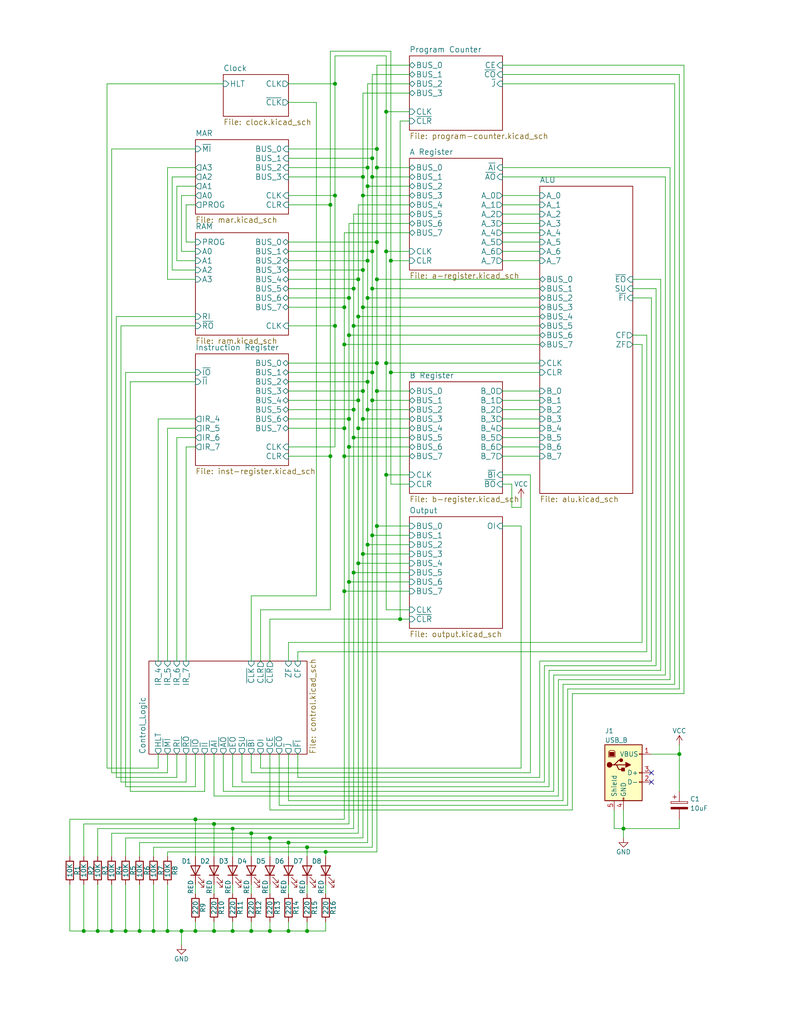
<source format=kicad_sch>
(kicad_sch (version 20231120) (generator "eeschema") (generator_version "8.0")
  (paper "USLetter" portrait)
  (lib_symbols
    (symbol "8bit-computer:USB_B" (pin_names (offset 1.016))
      (property "Reference" "J" (at -5.08 11.43 0))
      (property "Value" "USB_B" (at -5.08 8.89 0))
      (symbol "USB_B_0_1"
        (rectangle (start -5.08 -7.62) (end 5.08 7.62) (stroke (width 0.254)) (fill (type background)))
        (circle (center -3.81 2.159) (radius 0.635) (stroke (width 0.254)) (fill (type outline)))
        (rectangle (start -3.81 5.588) (end -2.54 4.572) (fill (type outline)))
        (circle (center -0.635 3.429) (radius 0.381) (stroke (width 0.254)) (fill (type outline)))
        (rectangle (start -0.127 -7.62) (end 0.127 -6.858))
        (polyline (pts (xy -1.905 2.159) (xy 0.635 2.159)) (stroke (width 0.254)))
        (polyline (pts (xy -3.175 2.159) (xy -2.54 2.159) (xy -1.27 3.429) (xy -0.635 3.429)) (stroke (width 0.254)))
        (polyline (pts (xy -2.54 2.159) (xy -1.905 2.159) (xy -1.27 0.889) (xy 0 0.889)) (stroke (width 0.254)))
        (polyline (pts (xy 0.635 2.794) (xy 0.635 1.524) (xy 1.905 2.159) (xy 0.635 2.794)) (stroke (width 0.254)) (fill (type outline)))
        (polyline (pts (xy -4.064 4.318) (xy -2.286 4.318) (xy -2.286 5.715) (xy -2.667 6.096) (xy -3.683 6.096) (xy -4.064 5.715) (xy -4.064 4.318)))
        (rectangle (start 0.254 1.27) (end -0.508 0.508) (stroke (width 0.254)) (fill (type outline)))
        (rectangle (start 5.08 -2.667) (end 4.318 -2.413))
        (rectangle (start 5.08 -0.127) (end 4.318 0.127))
        (rectangle (start 5.08 4.953) (end 4.318 5.207))
      )
      (symbol "USB_B_1_1"
        (pin power_out line (at 7.62 5.08 180) (length 2.54) (name "VBUS") (number "1"))
        (pin passive line (at 7.62 -2.54 180) (length 2.54) (name "D-") (number "2"))
        (pin passive line (at 7.62 0 180) (length 2.54) (name "D+") (number "3"))
        (pin power_out line (at 0 -10.16 90) (length 2.54) (name "GND") (number "4"))
        (pin passive line (at -2.54 -10.16 90) (length 2.54) (name "Shield") (number "5"))
      )
    )
    (symbol "Device:C_Polarized" (pin_numbers hide) (pin_names (offset 0.254))
      (property "Reference" "C" (at 0.635 2.54 0))
      (property "Value" "C_Polarized" (at 0.635 -2.54 0))
      (symbol "C_Polarized_0_1"
        (rectangle (start -2.286 0.508) (end 2.286 1.016))
        (polyline (pts (xy -1.778 2.286) (xy -0.762 2.286)))
        (polyline (pts (xy -1.27 2.794) (xy -1.27 1.778)))
        (rectangle (start 2.286 -0.508) (end -2.286 -1.016) (fill (type outline)))
      )
      (symbol "C_Polarized_1_1"
        (pin passive line (at 0 3.81 270) (length 2.794) (name "~") (number "1"))
        (pin passive line (at 0 -3.81 90) (length 2.794) (name "~") (number "2"))
      )
    )
    (symbol "Device:LED" (pin_numbers hide) (pin_names (offset 1.016) hide)
      (property "Reference" "D" (at 0 2.54 0))
      (property "Value" "LED" (at 0 -2.54 0))
      (symbol "LED_0_1"
        (polyline (pts (xy -1.27 -1.27) (xy -1.27 1.27)) (stroke (width 0.254)))
        (polyline (pts (xy -1.27 0) (xy 1.27 0)))
        (polyline (pts (xy 1.27 -1.27) (xy 1.27 1.27) (xy -1.27 0) (xy 1.27 -1.27)) (stroke (width 0.254)))
        (polyline (pts (xy -3.048 -0.762) (xy -4.572 -2.286) (xy -3.81 -2.286) (xy -4.572 -2.286) (xy -4.572 -1.524)))
        (polyline (pts (xy -1.778 -0.762) (xy -3.302 -2.286) (xy -2.54 -2.286) (xy -3.302 -2.286) (xy -3.302 -1.524)))
      )
      (symbol "LED_1_1"
        (pin passive line (at -3.81 0 0) (length 2.54) (name "K") (number "1"))
        (pin passive line (at 3.81 0 180) (length 2.54) (name "A") (number "2"))
      )
    )
    (symbol "Device:R" (pin_numbers hide) (pin_names (offset 0))
      (property "Reference" "R" (at 2.032 0 90))
      (property "Value" "R" (at 0 0 90))
      (symbol "R_0_1"
        (rectangle (start -1.016 -2.54) (end 1.016 2.54) (stroke (width 0.254)))
      )
      (symbol "R_1_1"
        (pin passive line (at 0 3.81 270) (length 1.27) (name "~") (number "1"))
        (pin passive line (at 0 -3.81 90) (length 1.27) (name "~") (number "2"))
      )
    )
    (symbol "power:GND" (power) (pin_names (offset 0))
      (property "Value" "GND" (at 0 -3.81 0))
      (symbol "GND_0_1"
        (polyline (pts (xy 0 0) (xy 0 -1.27) (xy 1.27 -1.27) (xy 0 -2.54) (xy -1.27 -1.27) (xy 0 -1.27)))
      )
      (symbol "GND_1_1"
        (pin power_in line (at 0 0 270) (length 0) hide (name "GND") (number "1"))
      )
    )
    (symbol "power:VCC" (power) (pin_names (offset 0))
      (property "Value" "VCC" (at 0 3.81 0))
      (symbol "VCC_0_1"
        (polyline (pts (xy -0.762 1.27) (xy 0 2.54)))
        (polyline (pts (xy 0 0) (xy 0 2.54)))
        (polyline (pts (xy 0 2.54) (xy 0.762 1.27)))
      )
      (symbol "VCC_1_1"
        (pin power_in line (at 0 0 90) (length 0) hide (name "VCC") (number "1"))
      )
    )
  )
  (junction (at 95.25 114.3))
  (junction (at 97.79 86.36))
  (junction (at 83.82 254))
  (junction (at 99.06 83.82))
  (junction (at 53.34 254))
  (junction (at 100.33 71.12))
  (junction (at 83.82 231.14))
  (junction (at 99.06 151.13))
  (junction (at 95.25 158.75))
  (junction (at 95.25 121.92))
  (junction (at 102.87 66.04))
  (junction (at 58.42 254))
  (junction (at 95.25 91.44))
  (junction (at 63.5 226.06))
  (junction (at 100.33 81.28))
  (junction (at 101.6 68.58))
  (junction (at 90.17 124.46))
  (junction (at 101.6 48.26))
  (junction (at 100.33 50.8))
  (junction (at 102.87 40.64))
  (junction (at 45.72 254))
  (junction (at 100.33 104.14))
  (junction (at 88.9 232.41))
  (junction (at 101.6 101.6))
  (junction (at 30.48 254))
  (junction (at 99.06 106.68))
  (junction (at 105.41 68.58))
  (junction (at 106.68 101.6))
  (junction (at 99.06 53.34))
  (junction (at 78.74 229.87))
  (junction (at 102.87 45.72))
  (junction (at 73.66 254))
  (junction (at 185.42 205.74))
  (junction (at 105.41 30.48))
  (junction (at 34.29 254))
  (junction (at 109.22 168.91))
  (junction (at 105.41 129.54))
  (junction (at 93.98 116.84))
  (junction (at 101.6 109.22))
  (junction (at 102.87 76.2))
  (junction (at 99.06 73.66))
  (junction (at 97.79 109.22))
  (junction (at 22.86 254))
  (junction (at 93.98 161.29))
  (junction (at 99.06 48.26))
  (junction (at 102.87 106.68))
  (junction (at 63.5 254))
  (junction (at 95.25 81.28))
  (junction (at 170.18 226.06))
  (junction (at 91.44 88.9))
  (junction (at 38.1 254))
  (junction (at 97.79 153.67))
  (junction (at 78.74 254))
  (junction (at 100.33 148.59))
  (junction (at 96.52 111.76))
  (junction (at 97.79 116.84))
  (junction (at 53.34 223.52))
  (junction (at 102.87 143.51))
  (junction (at 91.44 22.86))
  (junction (at 96.52 78.74))
  (junction (at 101.6 78.74))
  (junction (at 105.41 99.06))
  (junction (at 49.53 254))
  (junction (at 93.98 124.46))
  (junction (at 97.79 76.2))
  (junction (at 68.58 227.33))
  (junction (at 58.42 224.79))
  (junction (at 96.52 119.38))
  (junction (at 101.6 43.18))
  (junction (at 96.52 88.9))
  (junction (at 106.68 71.12))
  (junction (at 73.66 228.6))
  (junction (at 100.33 45.72))
  (junction (at 93.98 83.82))
  (junction (at 68.58 254))
  (junction (at 102.87 99.06))
  (junction (at 100.33 111.76))
  (junction (at 101.6 146.05))
  (junction (at 41.91 254))
  (junction (at 96.52 156.21))
  (junction (at 90.17 55.88))
  (junction (at 99.06 114.3))
  (junction (at 93.98 93.98))
  (junction (at 91.44 53.34))
  (junction (at 26.67 254))
  (no_connect (at 177.8 210.82))
  (no_connect (at 177.8 213.36))
  (wire (pts (xy 147.32 93.98) (xy 93.98 93.98)))
  (wire (pts (xy 106.68 71.12) (xy 106.68 101.6)))
  (wire (pts (xy 100.33 50.8) (xy 100.33 45.72)))
  (wire (pts (xy 73.66 241.3) (xy 73.66 243.84)))
  (wire (pts (xy 142.24 143.51) (xy 137.16 143.51)))
  (wire (pts (xy 43.18 209.55) (xy 43.18 205.74)))
  (wire (pts (xy 111.76 63.5) (xy 93.98 63.5)))
  (wire (pts (xy 78.74 66.04) (xy 102.87 66.04)))
  (wire (pts (xy 91.44 22.86) (xy 91.44 53.34)))
  (wire (pts (xy 71.12 209.55) (xy 142.24 209.55)))
  (wire (pts (xy 78.74 104.14) (xy 100.33 104.14)))
  (wire (pts (xy 45.72 241.3) (xy 45.72 254)))
  (wire (pts (xy 53.34 88.9) (xy 33.02 88.9)))
  (wire (pts (xy 34.29 214.63) (xy 53.34 214.63)))
  (wire (pts (xy 137.16 119.38) (xy 147.32 119.38)))
  (wire (pts (xy 68.58 243.84) (xy 68.58 241.3)))
  (wire (pts (xy 91.44 121.92) (xy 78.74 121.92)))
  (wire (pts (xy 68.58 162.56) (xy 68.58 180.34)))
  (wire (pts (xy 58.42 254) (xy 63.5 254)))
  (wire (pts (xy 45.72 210.82) (xy 45.72 205.74)))
  (wire (pts (xy 86.36 27.94) (xy 86.36 162.56)))
  (wire (pts (xy 137.16 66.04) (xy 147.32 66.04)))
  (wire (pts (xy 137.16 114.3) (xy 147.32 114.3)))
  (wire (pts (xy 97.79 227.33) (xy 68.58 227.33)))
  (wire (pts (xy 102.87 76.2) (xy 147.32 76.2)))
  (wire (pts (xy 100.33 148.59) (xy 100.33 111.76)))
  (wire (pts (xy 152.4 185.42) (xy 182.88 185.42)))
  (wire (pts (xy 78.74 68.58) (xy 101.6 68.58)))
  (wire (pts (xy 53.34 233.68) (xy 53.34 223.52)))
  (wire (pts (xy 88.9 232.41) (xy 102.87 232.41)))
  (wire (pts (xy 102.87 143.51) (xy 111.76 143.51)))
  (wire (pts (xy 170.18 220.98) (xy 170.18 226.06)))
  (wire (pts (xy 83.82 254) (xy 88.9 254)))
  (wire (pts (xy 46.99 73.66) (xy 53.34 73.66)))
  (wire (pts (xy 53.34 86.36) (xy 31.75 86.36)))
  (wire (pts (xy 78.74 55.88) (xy 90.17 55.88)))
  (wire (pts (xy 78.74 111.76) (xy 96.52 111.76)))
  (wire (pts (xy 139.7 138.43) (xy 142.24 138.43)))
  (wire (pts (xy 26.67 241.3) (xy 26.67 254)))
  (wire (pts (xy 137.16 68.58) (xy 147.32 68.58)))
  (wire (pts (xy 50.8 66.04) (xy 53.34 66.04)))
  (wire (pts (xy 137.16 111.76) (xy 147.32 111.76)))
  (wire (pts (xy 93.98 124.46) (xy 93.98 161.29)))
  (wire (pts (xy 19.05 223.52) (xy 19.05 233.68)))
  (wire (pts (xy 53.34 45.72) (xy 45.72 45.72)))
  (wire (pts (xy 100.33 111.76) (xy 111.76 111.76)))
  (wire (pts (xy 105.41 166.37) (xy 111.76 166.37)))
  (wire (pts (xy 105.41 30.48) (xy 105.41 68.58)))
  (wire (pts (xy 101.6 48.26) (xy 111.76 48.26)))
  (wire (pts (xy 101.6 20.32) (xy 111.76 20.32)))
  (wire (pts (xy 55.88 215.9) (xy 55.88 205.74)))
  (wire (pts (xy 180.34 182.88) (xy 180.34 76.2)))
  (wire (pts (xy 34.29 241.3) (xy 34.29 254)))
  (wire (pts (xy 102.87 66.04) (xy 102.87 45.72)))
  (wire (pts (xy 172.72 91.44) (xy 176.53 91.44)))
  (wire (pts (xy 45.72 45.72) (xy 45.72 76.2)))
  (wire (pts (xy 182.88 45.72) (xy 137.16 45.72)))
  (wire (pts (xy 105.41 68.58) (xy 105.41 99.06)))
  (wire (pts (xy 186.69 17.78) (xy 137.16 17.78)))
  (wire (pts (xy 53.34 40.64) (xy 30.48 40.64)))
  (wire (pts (xy 100.33 22.86) (xy 111.76 22.86)))
  (wire (pts (xy 95.25 158.75) (xy 111.76 158.75)))
  (wire (pts (xy 66.04 205.74) (xy 66.04 213.36)))
  (wire (pts (xy 49.53 254) (xy 53.34 254)))
  (wire (pts (xy 48.26 119.38) (xy 48.26 180.34)))
  (wire (pts (xy 101.6 146.05) (xy 101.6 109.22)))
  (wire (pts (xy 172.72 93.98) (xy 175.26 93.98)))
  (wire (pts (xy 91.44 88.9) (xy 91.44 121.92)))
  (wire (pts (xy 22.86 241.3) (xy 22.86 254)))
  (wire (pts (xy 137.16 129.54) (xy 144.78 129.54)))
  (wire (pts (xy 73.66 168.91) (xy 73.66 180.34)))
  (wire (pts (xy 93.98 124.46) (xy 111.76 124.46)))
  (wire (pts (xy 68.58 227.33) (xy 30.48 227.33)))
  (wire (pts (xy 96.52 58.42) (xy 96.52 78.74)))
  (wire (pts (xy 31.75 86.36) (xy 31.75 212.09)))
  (wire (pts (xy 73.66 205.74) (xy 73.66 220.98)))
  (wire (pts (xy 105.41 68.58) (xy 111.76 68.58)))
  (wire (pts (xy 105.41 99.06) (xy 105.41 129.54)))
  (wire (pts (xy 49.53 53.34) (xy 49.53 68.58)))
  (wire (pts (xy 139.7 132.08) (xy 139.7 138.43)))
  (wire (pts (xy 100.33 45.72) (xy 100.33 22.86)))
  (wire (pts (xy 102.87 106.68) (xy 111.76 106.68)))
  (wire (pts (xy 63.5 214.63) (xy 149.86 214.63)))
  (wire (pts (xy 101.6 78.74) (xy 101.6 68.58)))
  (wire (pts (xy 93.98 223.52) (xy 53.34 223.52)))
  (wire (pts (xy 53.34 104.14) (xy 35.56 104.14)))
  (wire (pts (xy 83.82 241.3) (xy 83.82 243.84)))
  (wire (pts (xy 73.66 254) (xy 78.74 254)))
  (wire (pts (xy 53.34 241.3) (xy 53.34 243.84)))
  (wire (pts (xy 43.18 114.3) (xy 43.18 180.34)))
  (wire (pts (xy 49.53 257.81) (xy 49.53 254)))
  (wire (pts (xy 101.6 231.14) (xy 101.6 146.05)))
  (wire (pts (xy 93.98 83.82) (xy 93.98 93.98)))
  (wire (pts (xy 147.32 121.92) (xy 137.16 121.92)))
  (wire (pts (xy 95.25 158.75) (xy 95.25 224.79)))
  (wire (pts (xy 156.21 189.23) (xy 156.21 220.98)))
  (wire (pts (xy 95.25 91.44) (xy 95.25 114.3)))
  (wire (pts (xy 78.74 175.26) (xy 78.74 180.34)))
  (wire (pts (xy 101.6 146.05) (xy 111.76 146.05)))
  (wire (pts (xy 137.16 20.32) (xy 185.42 20.32)))
  (wire (pts (xy 151.13 184.15) (xy 181.61 184.15)))
  (wire (pts (xy 100.33 229.87) (xy 100.33 148.59)))
  (wire (pts (xy 96.52 88.9) (xy 96.52 111.76)))
  (wire (pts (xy 93.98 116.84) (xy 93.98 124.46)))
  (wire (pts (xy 109.22 33.02) (xy 109.22 168.91)))
  (wire (pts (xy 22.86 224.79) (xy 22.86 233.68)))
  (wire (pts (xy 142.24 138.43) (xy 142.24 135.89)))
  (wire (pts (xy 48.26 212.09) (xy 48.26 205.74)))
  (wire (pts (xy 100.33 148.59) (xy 111.76 148.59)))
  (wire (pts (xy 137.16 53.34) (xy 147.32 53.34)))
  (wire (pts (xy 96.52 88.9) (xy 147.32 88.9)))
  (wire (pts (xy 186.69 189.23) (xy 186.69 17.78)))
  (wire (pts (xy 95.25 60.96) (xy 95.25 81.28)))
  (wire (pts (xy 177.8 180.34) (xy 147.32 180.34)))
  (wire (pts (xy 95.25 121.92) (xy 95.25 158.75)))
  (wire (pts (xy 58.42 254) (xy 58.42 251.46)))
  (wire (pts (xy 78.74 114.3) (xy 95.25 114.3)))
  (wire (pts (xy 53.34 53.34) (xy 49.53 53.34)))
  (wire (pts (xy 185.42 205.74) (xy 185.42 215.9)))
  (wire (pts (xy 105.41 129.54) (xy 111.76 129.54)))
  (wire (pts (xy 99.06 106.68) (xy 99.06 83.82)))
  (wire (pts (xy 185.42 205.74) (xy 177.8 205.74)))
  (wire (pts (xy 81.28 212.09) (xy 147.32 212.09)))
  (wire (pts (xy 50.8 121.92) (xy 50.8 180.34)))
  (wire (pts (xy 100.33 111.76) (xy 100.33 104.14)))
  (wire (pts (xy 22.86 254) (xy 26.67 254)))
  (wire (pts (xy 102.87 76.2) (xy 102.87 66.04)))
  (wire (pts (xy 48.26 50.8) (xy 48.26 71.12)))
  (wire (pts (xy 181.61 184.15) (xy 181.61 48.26)))
  (wire (pts (xy 53.34 119.38) (xy 48.26 119.38)))
  (wire (pts (xy 71.12 180.34) (xy 71.12 166.37)))
  (wire (pts (xy 109.22 168.91) (xy 111.76 168.91)))
  (wire (pts (xy 180.34 76.2) (xy 172.72 76.2)))
  (wire (pts (xy 34.29 228.6) (xy 73.66 228.6)))
  (wire (pts (xy 99.06 114.3) (xy 99.06 106.68)))
  (wire (pts (xy 68.58 227.33) (xy 68.58 233.68)))
  (wire (pts (xy 78.74 229.87) (xy 100.33 229.87)))
  (wire (pts (xy 41.91 254) (xy 45.72 254)))
  (wire (pts (xy 50.8 213.36) (xy 50.8 205.74)))
  (wire (pts (xy 78.74 48.26) (xy 99.06 48.26)))
  (wire (pts (xy 97.79 109.22) (xy 97.79 116.84)))
  (wire (pts (xy 147.32 81.28) (xy 100.33 81.28)))
  (wire (pts (xy 93.98 161.29) (xy 93.98 223.52)))
  (wire (pts (xy 184.15 22.86) (xy 137.16 22.86)))
  (wire (pts (xy 105.41 15.24) (xy 91.44 15.24)))
  (wire (pts (xy 106.68 132.08) (xy 111.76 132.08)))
  (wire (pts (xy 99.06 151.13) (xy 99.06 114.3)))
  (wire (pts (xy 97.79 116.84) (xy 111.76 116.84)))
  (wire (pts (xy 101.6 101.6) (xy 101.6 78.74)))
  (wire (pts (xy 60.96 22.86) (xy 29.21 22.86)))
  (wire (pts (xy 33.02 213.36) (xy 50.8 213.36)))
  (wire (pts (xy 78.74 78.74) (xy 96.52 78.74)))
  (wire (pts (xy 30.48 254) (xy 34.29 254)))
  (wire (pts (xy 78.74 229.87) (xy 78.74 233.68)))
  (wire (pts (xy 49.53 68.58) (xy 53.34 68.58)))
  (wire (pts (xy 111.76 55.88) (xy 97.79 55.88)))
  (wire (pts (xy 53.34 116.84) (xy 45.72 116.84)))
  (wire (pts (xy 41.91 231.14) (xy 83.82 231.14)))
  (wire (pts (xy 78.74 83.82) (xy 93.98 83.82)))
  (wire (pts (xy 78.74 205.74) (xy 78.74 218.44)))
  (wire (pts (xy 53.34 48.26) (xy 46.99 48.26)))
  (wire (pts (xy 68.58 254) (xy 68.58 251.46)))
  (wire (pts (xy 88.9 254) (xy 88.9 251.46)))
  (wire (pts (xy 175.26 175.26) (xy 78.74 175.26)))
  (wire (pts (xy 185.42 187.96) (xy 185.42 20.32)))
  (wire (pts (xy 137.16 63.5) (xy 147.32 63.5)))
  (wire (pts (xy 78.74 99.06) (xy 102.87 99.06)))
  (wire (pts (xy 78.74 254) (xy 78.74 251.46)))
  (wire (pts (xy 149.86 214.63) (xy 149.86 182.88)))
  (wire (pts (xy 63.5 205.74) (xy 63.5 214.63)))
  (wire (pts (xy 101.6 48.26) (xy 101.6 43.18)))
  (wire (pts (xy 91.44 15.24) (xy 91.44 22.86)))
  (wire (pts (xy 78.74 101.6) (xy 101.6 101.6)))
  (wire (pts (xy 99.06 25.4) (xy 111.76 25.4)))
  (wire (pts (xy 90.17 13.97) (xy 106.68 13.97)))
  (wire (pts (xy 90.17 124.46) (xy 90.17 166.37)))
  (wire (pts (xy 38.1 241.3) (xy 38.1 254)))
  (wire (pts (xy 101.6 68.58) (xy 101.6 48.26)))
  (wire (pts (xy 102.87 106.68) (xy 102.87 99.06)))
  (wire (pts (xy 99.06 114.3) (xy 111.76 114.3)))
  (wire (pts (xy 81.28 205.74) (xy 81.28 212.09)))
  (wire (pts (xy 105.41 15.24) (xy 105.41 30.48)))
  (wire (pts (xy 95.25 224.79) (xy 58.42 224.79)))
  (wire (pts (xy 26.67 254) (xy 30.48 254)))
  (wire (pts (xy 83.82 231.14) (xy 101.6 231.14)))
  (wire (pts (xy 99.06 53.34) (xy 99.06 48.26)))
  (wire (pts (xy 99.06 53.34) (xy 111.76 53.34)))
  (wire (pts (xy 176.53 91.44) (xy 176.53 177.8)))
  (wire (pts (xy 101.6 43.18) (xy 101.6 20.32)))
  (wire (pts (xy 147.32 83.82) (xy 99.06 83.82)))
  (wire (pts (xy 97.79 86.36) (xy 97.79 109.22)))
  (wire (pts (xy 137.16 60.96) (xy 147.32 60.96)))
  (wire (pts (xy 60.96 215.9) (xy 60.96 205.74)))
  (wire (pts (xy 147.32 180.34) (xy 147.32 212.09)))
  (wire (pts (xy 31.75 212.09) (xy 48.26 212.09)))
  (wire (pts (xy 106.68 13.97) (xy 106.68 71.12)))
  (wire (pts (xy 53.34 121.92) (xy 50.8 121.92)))
  (wire (pts (xy 58.42 243.84) (xy 58.42 241.3)))
  (wire (pts (xy 53.34 214.63) (xy 53.34 205.74)))
  (wire (pts (xy 170.18 226.06) (xy 170.18 228.6)))
  (wire (pts (xy 156.21 220.98) (xy 73.66 220.98)))
  (wire (pts (xy 177.8 180.34) (xy 177.8 81.28)))
  (wire (pts (xy 91.44 53.34) (xy 78.74 53.34)))
  (wire (pts (xy 102.87 143.51) (xy 102.87 106.68)))
  (wire (pts (xy 137.16 132.08) (xy 139.7 132.08)))
  (wire (pts (xy 78.74 40.64) (xy 102.87 40.64)))
  (wire (pts (xy 111.76 33.02) (xy 109.22 33.02)))
  (wire (pts (xy 96.52 119.38) (xy 96.52 156.21)))
  (wire (pts (xy 170.18 226.06) (xy 185.42 226.06)))
  (wire (pts (xy 175.26 93.98) (xy 175.26 175.26)))
  (wire (pts (xy 29.21 22.86) (xy 29.21 209.55)))
  (wire (pts (xy 97.79 55.88) (xy 97.79 76.2)))
  (wire (pts (xy 148.59 213.36) (xy 148.59 181.61)))
  (wire (pts (xy 99.06 228.6) (xy 99.06 151.13)))
  (wire (pts (xy 63.5 254) (xy 63.5 251.46)))
  (wire (pts (xy 81.28 177.8) (xy 81.28 180.34)))
  (wire (pts (xy 102.87 45.72) (xy 111.76 45.72)))
  (wire (pts (xy 102.87 99.06) (xy 102.87 76.2)))
  (wire (pts (xy 137.16 109.22) (xy 147.32 109.22)))
  (wire (pts (xy 148.59 181.61) (xy 179.07 181.61)))
  (wire (pts (xy 142.24 209.55) (xy 142.24 143.51)))
  (wire (pts (xy 111.76 60.96) (xy 95.25 60.96)))
  (wire (pts (xy 91.44 53.34) (xy 91.44 88.9)))
  (wire (pts (xy 99.06 73.66) (xy 99.06 53.34)))
  (wire (pts (xy 93.98 93.98) (xy 93.98 116.84)))
  (wire (pts (xy 88.9 232.41) (xy 88.9 233.68)))
  (wire (pts (xy 34.29 228.6) (xy 34.29 233.68)))
  (wire (pts (xy 102.87 232.41) (xy 102.87 143.51)))
  (wire (pts (xy 33.02 88.9) (xy 33.02 213.36)))
  (wire (pts (xy 30.48 241.3) (xy 30.48 254)))
  (wire (pts (xy 182.88 185.42) (xy 182.88 45.72)))
  (wire (pts (xy 45.72 232.41) (xy 45.72 233.68)))
  (wire (pts (xy 147.32 99.06) (xy 105.41 99.06)))
  (wire (pts (xy 100.33 104.14) (xy 100.33 81.28)))
  (wire (pts (xy 111.76 58.42) (xy 96.52 58.42)))
  (wire (pts (xy 78.74 27.94) (xy 86.36 27.94)))
  (wire (pts (xy 147.32 101.6) (xy 106.68 101.6)))
  (wire (pts (xy 53.34 223.52) (xy 19.05 223.52)))
  (wire (pts (xy 78.74 81.28) (xy 95.25 81.28)))
  (wire (pts (xy 34.29 101.6) (xy 34.29 214.63)))
  (wire (pts (xy 78.74 45.72) (xy 100.33 45.72)))
  (wire (pts (xy 53.34 55.88) (xy 50.8 55.88)))
  (wire (pts (xy 93.98 63.5) (xy 93.98 83.82)))
  (wire (pts (xy 78.74 71.12) (xy 100.33 71.12)))
  (wire (pts (xy 58.42 205.74) (xy 58.42 217.17)))
  (wire (pts (xy 73.66 168.91) (xy 109.22 168.91)))
  (wire (pts (xy 102.87 40.64) (xy 102.87 17.78)))
  (wire (pts (xy 177.8 81.28) (xy 172.72 81.28)))
  (wire (pts (xy 63.5 254) (xy 68.58 254)))
  (wire (pts (xy 152.4 217.17) (xy 152.4 185.42)))
  (wire (pts (xy 95.25 121.92) (xy 111.76 121.92)))
  (wire (pts (xy 30.48 40.64) (xy 30.48 210.82)))
  (wire (pts (xy 19.05 254) (xy 22.86 254)))
  (wire (pts (xy 91.44 88.9) (xy 78.74 88.9)))
  (wire (pts (xy 100.33 71.12) (xy 100.33 50.8)))
  (wire (pts (xy 26.67 226.06) (xy 26.67 233.68)))
  (wire (pts (xy 90.17 55.88) (xy 90.17 124.46)))
  (wire (pts (xy 86.36 162.56) (xy 68.58 162.56)))
  (wire (pts (xy 78.74 22.86) (xy 91.44 22.86)))
  (wire (pts (xy 97.79 76.2) (xy 97.79 86.36)))
  (wire (pts (xy 45.72 116.84) (xy 45.72 180.34)))
  (wire (pts (xy 149.86 182.88) (xy 180.34 182.88)))
  (wire (pts (xy 111.76 71.12) (xy 106.68 71.12)))
  (wire (pts (xy 34.29 254) (xy 38.1 254)))
  (wire (pts (xy 38.1 254) (xy 41.91 254)))
  (wire (pts (xy 111.76 30.48) (xy 105.41 30.48)))
  (wire (pts (xy 68.58 254) (xy 73.66 254)))
  (wire (pts (xy 99.06 48.26) (xy 99.06 25.4)))
  (wire (pts (xy 99.06 151.13) (xy 111.76 151.13)))
  (wire (pts (xy 48.26 71.12) (xy 53.34 71.12)))
  (wire (pts (xy 147.32 86.36) (xy 97.79 86.36)))
  (wire (pts (xy 101.6 109.22) (xy 111.76 109.22)))
  (wire (pts (xy 97.79 116.84) (xy 97.79 153.67)))
  (wire (pts (xy 185.42 203.2) (xy 185.42 205.74)))
  (wire (pts (xy 100.33 50.8) (xy 111.76 50.8)))
  (wire (pts (xy 184.15 186.69) (xy 153.67 186.69)))
  (wire (pts (xy 76.2 219.71) (xy 76.2 205.74)))
  (wire (pts (xy 102.87 17.78) (xy 111.76 17.78)))
  (wire (pts (xy 179.07 78.74) (xy 172.72 78.74)))
  (wire (pts (xy 96.52 111.76) (xy 96.52 119.38)))
  (wire (pts (xy 100.33 81.28) (xy 100.33 71.12)))
  (wire (pts (xy 137.16 106.68) (xy 147.32 106.68)))
  (wire (pts (xy 96.52 156.21) (xy 111.76 156.21)))
  (wire (pts (xy 88.9 243.84) (xy 88.9 241.3)))
  (wire (pts (xy 184.15 22.86) (xy 184.15 186.69)))
  (wire (pts (xy 78.74 109.22) (xy 97.79 109.22)))
  (wire (pts (xy 53.34 254) (xy 53.34 251.46)))
  (wire (pts (xy 45.72 76.2) (xy 53.34 76.2)))
  (wire (pts (xy 73.66 228.6) (xy 99.06 228.6)))
  (wire (pts (xy 167.64 226.06) (xy 170.18 226.06)))
  (wire (pts (xy 185.42 226.06) (xy 185.42 223.52)))
  (wire (pts (xy 53.34 101.6) (xy 34.29 101.6)))
  (wire (pts (xy 78.74 116.84) (xy 93.98 116.84)))
  (wire (pts (xy 71.12 205.74) (xy 71.12 209.55)))
  (wire (pts (xy 53.34 50.8) (xy 48.26 50.8)))
  (wire (pts (xy 58.42 217.17) (xy 152.4 217.17)))
  (wire (pts (xy 151.13 215.9) (xy 151.13 184.15)))
  (wire (pts (xy 45.72 254) (xy 49.53 254)))
  (wire (pts (xy 137.16 71.12) (xy 147.32 71.12)))
  (wire (pts (xy 95.25 81.28) (xy 95.25 91.44)))
  (wire (pts (xy 96.52 156.21) (xy 96.52 226.06)))
  (wire (pts (xy 53.34 114.3) (xy 43.18 114.3)))
  (wire (pts (xy 144.78 210.82) (xy 68.58 210.82)))
  (wire (pts (xy 38.1 233.68) (xy 38.1 229.87)))
  (wire (pts (xy 35.56 104.14) (xy 35.56 215.9)))
  (wire (pts (xy 144.78 129.54) (xy 144.78 210.82)))
  (wire (pts (xy 96.52 78.74) (xy 96.52 88.9)))
  (wire (pts (xy 154.94 187.96) (xy 185.42 187.96)))
  (wire (pts (xy 147.32 78.74) (xy 101.6 78.74)))
  (wire (pts (xy 19.05 241.3) (xy 19.05 254)))
  (wire (pts (xy 153.67 218.44) (xy 78.74 218.44)))
  (wire (pts (xy 93.98 161.29) (xy 111.76 161.29)))
  (wire (pts (xy 137.16 124.46) (xy 147.32 124.46)))
  (wire (pts (xy 68.58 210.82) (xy 68.58 205.74)))
  (wire (pts (xy 176.53 177.8) (xy 81.28 177.8)))
  (wire (pts (xy 97.79 153.67) (xy 111.76 153.67)))
  (wire (pts (xy 95.25 114.3) (xy 95.25 121.92)))
  (wire (pts (xy 83.82 231.14) (xy 83.82 233.68)))
  (wire (pts (xy 78.74 243.84) (xy 78.74 241.3)))
  (wire (pts (xy 58.42 224.79) (xy 22.86 224.79)))
  (wire (pts (xy 90.17 13.97) (xy 90.17 55.88)))
  (wire (pts (xy 45.72 232.41) (xy 88.9 232.41)))
  (wire (pts (xy 97.79 153.67) (xy 97.79 227.33)))
  (wire (pts (xy 78.74 76.2) (xy 97.79 76.2)))
  (wire (pts (xy 66.04 213.36) (xy 148.59 213.36)))
  (wire (pts (xy 41.91 241.3) (xy 41.91 254)))
  (wire (pts (xy 78.74 43.18) (xy 101.6 43.18)))
  (wire (pts (xy 63.5 241.3) (xy 63.5 243.84)))
  (wire (pts (xy 46.99 48.26) (xy 46.99 73.66)))
  (wire (pts (xy 29.21 209.55) (xy 43.18 209.55)))
  (wire (pts (xy 78.74 124.46) (xy 90.17 124.46)))
  (wire (pts (xy 96.52 226.06) (xy 63.5 226.06)))
  (wire (pts (xy 167.64 226.06) (xy 167.64 220.98)))
  (wire (pts (xy 73.66 228.6) (xy 73.66 233.68)))
  (wire (pts (xy 179.07 181.61) (xy 179.07 78.74)))
  (wire (pts (xy 58.42 224.79) (xy 58.42 233.68)))
  (wire (pts (xy 96.52 119.38) (xy 111.76 119.38)))
  (wire (pts (xy 41.91 231.14) (xy 41.91 233.68)))
  (wire (pts (xy 153.67 186.69) (xy 153.67 218.44)))
  (wire (pts (xy 156.21 189.23) (xy 186.69 189.23)))
  (wire (pts (xy 73.66 251.46) (xy 73.66 254)))
  (wire (pts (xy 78.74 106.68) (xy 99.06 106.68)))
  (wire (pts (xy 137.16 48.26) (xy 181.61 48.26)))
  (wire (pts (xy 101.6 109.22) (xy 101.6 101.6)))
  (wire (pts (xy 35.56 215.9) (xy 55.88 215.9)))
  (wire (pts (xy 102.87 45.72) (xy 102.87 40.64)))
  (wire (pts (xy 63.5 226.06) (xy 26.67 226.06)))
  (wire (pts (xy 105.41 129.54) (xy 105.41 166.37)))
  (wire (pts (xy 50.8 55.88) (xy 50.8 66.04)))
  (wire (pts (xy 147.32 91.44) (xy 95.25 91.44)))
  (wire (pts (xy 78.74 254) (xy 83.82 254)))
  (wire (pts (xy 30.48 210.82) (xy 45.72 210.82)))
  (wire (pts (xy 99.06 83.82) (xy 99.06 73.66)))
  (wire (pts (xy 83.82 251.46) (xy 83.82 254)))
  (wire (pts (xy 137.16 55.88) (xy 147.32 55.88)))
  (wire (pts (xy 154.94 219.71) (xy 154.94 187.96)))
  (wire (pts (xy 53.34 254) (xy 58.42 254)))
  (wire (pts (xy 106.68 101.6) (xy 106.68 132.08)))
  (wire (pts (xy 38.1 229.87) (xy 78.74 229.87)))
  (wire (pts (xy 151.13 215.9) (xy 60.96 215.9)))
  (wire (pts (xy 63.5 226.06) (xy 63.5 233.68)))
  (wire (pts (xy 76.2 219.71) (xy 154.94 219.71)))
  (wire (pts (xy 30.48 227.33) (xy 30.48 233.68)))
  (wire (pts (xy 137.16 58.42) (xy 147.32 58.42)))
  (wire (pts (xy 147.32 116.84) (xy 137.16 116.84)))
  (wire (pts (xy 71.12 166.37) (xy 90.17 166.37)))
  (wire (pts (xy 78.74 73.66) (xy 99.06 73.66)))
  (symbol (lib_id "power:VCC") (at 185.42 203.2 0) (unit 1)
    (property "Reference" "#PWR04" (effects (hide yes)))
    (property "Value" "VCC" (at 185.42 199.39 0))
  )
  (symbol (lib_id "power:GND") (at 170.18 228.6 0) (unit 1)
    (property "Reference" "#PWR03" (effects (hide yes)))
    (property "Value" "GND" (at 170.18 232.41 0))
  )
  (symbol (lib_id "power:VCC") (at 142.24 135.89 0) (unit 1)
    (property "Reference" "#PWR02" (effects (hide yes)))
    (property "Value" "VCC" (at 142.24 132.08 0))
  )
  (symbol (lib_id "Device:R") (at 53.34 247.65 0) (unit 1)
    (property "Reference" "R9" (at 55.372 247.65 90))
    (property "Value" "220" (at 53.34 247.65 90))
    (property "Footprint" "Resistor_THT:R_Axial_DIN0207_L6.3mm_D2.5mm_P7.62mm_Horizontal" (effects (hide yes)))
  )
  (symbol (lib_id "Device:R") (at 58.42 247.65 0) (unit 1)
    (property "Reference" "R10" (at 60.452 247.65 90))
    (property "Value" "220" (at 58.42 247.65 90))
    (property "Footprint" "Resistor_THT:R_Axial_DIN0207_L6.3mm_D2.5mm_P7.62mm_Horizontal" (effects (hide yes)))
  )
  (symbol (lib_id "Device:R") (at 63.5 247.65 0) (unit 1)
    (property "Reference" "R11" (at 65.532 247.65 90))
    (property "Value" "220" (at 63.5 247.65 90))
    (property "Footprint" "Resistor_THT:R_Axial_DIN0207_L6.3mm_D2.5mm_P7.62mm_Horizontal" (effects (hide yes)))
  )
  (symbol (lib_id "Device:R") (at 68.58 247.65 0) (unit 1)
    (property "Reference" "R12" (at 70.612 247.65 90))
    (property "Value" "220" (at 68.58 247.65 90))
    (property "Footprint" "Resistor_THT:R_Axial_DIN0207_L6.3mm_D2.5mm_P7.62mm_Horizontal" (effects (hide yes)))
  )
  (symbol (lib_id "Device:R") (at 73.66 247.65 0) (unit 1)
    (property "Reference" "R13" (at 75.692 247.65 90))
    (property "Value" "220" (at 73.66 247.65 90))
    (property "Footprint" "Resistor_THT:R_Axial_DIN0207_L6.3mm_D2.5mm_P7.62mm_Horizontal" (effects (hide yes)))
  )
  (symbol (lib_id "Device:R") (at 78.74 247.65 0) (unit 1)
    (property "Reference" "R14" (at 80.772 247.65 90))
    (property "Value" "220" (at 78.74 247.65 90))
    (property "Footprint" "Resistor_THT:R_Axial_DIN0207_L6.3mm_D2.5mm_P7.62mm_Horizontal" (effects (hide yes)))
  )
  (symbol (lib_id "Device:R") (at 83.82 247.65 0) (unit 1)
    (property "Reference" "R15" (at 85.852 247.65 90))
    (property "Value" "220" (at 83.82 247.65 90))
    (property "Footprint" "Resistor_THT:R_Axial_DIN0207_L6.3mm_D2.5mm_P7.62mm_Horizontal" (effects (hide yes)))
  )
  (symbol (lib_id "Device:R") (at 88.9 247.65 0) (unit 1)
    (property "Reference" "R16" (at 90.932 247.65 90))
    (property "Value" "220" (at 88.9 247.65 90))
    (property "Footprint" "Resistor_THT:R_Axial_DIN0207_L6.3mm_D2.5mm_P7.62mm_Horizontal" (effects (hide yes)))
  )
  (symbol (lib_id "power:GND") (at 49.53 257.81 0) (unit 1)
    (property "Reference" "#PWR01" (effects (hide yes)))
    (property "Value" "GND" (at 49.53 261.62 0))
  )
  (symbol (lib_id "Device:R") (at 45.72 237.49 0) (unit 1)
    (property "Reference" "R8" (at 47.752 237.49 90))
    (property "Value" "10K" (at 45.72 237.49 90))
    (property "Footprint" "Resistor_THT:R_Axial_DIN0207_L6.3mm_D2.5mm_P7.62mm_Horizontal" (effects (hide yes)))
  )
  (symbol (lib_id "Device:R") (at 41.91 237.49 0) (unit 1)
    (property "Reference" "R7" (at 43.942 237.49 90))
    (property "Value" "10K" (at 41.91 237.49 90))
    (property "Footprint" "Resistor_THT:R_Axial_DIN0207_L6.3mm_D2.5mm_P7.62mm_Horizontal" (effects (hide yes)))
  )
  (symbol (lib_id "Device:R") (at 38.1 237.49 0) (unit 1)
    (property "Reference" "R6" (at 40.132 237.49 90))
    (property "Value" "10K" (at 38.1 237.49 90))
    (property "Footprint" "Resistor_THT:R_Axial_DIN0207_L6.3mm_D2.5mm_P7.62mm_Horizontal" (effects (hide yes)))
  )
  (symbol (lib_id "Device:R") (at 34.29 237.49 0) (unit 1)
    (property "Reference" "R5" (at 36.322 237.49 90))
    (property "Value" "10K" (at 34.29 237.49 90))
    (property "Footprint" "Resistor_THT:R_Axial_DIN0207_L6.3mm_D2.5mm_P7.62mm_Horizontal" (effects (hide yes)))
  )
  (symbol (lib_id "Device:R") (at 30.48 237.49 0) (unit 1)
    (property "Reference" "R4" (at 32.512 237.49 90))
    (property "Value" "10K" (at 30.48 237.49 90))
    (property "Footprint" "Resistor_THT:R_Axial_DIN0207_L6.3mm_D2.5mm_P7.62mm_Horizontal" (effects (hide yes)))
  )
  (symbol (lib_id "Device:R") (at 26.67 237.49 0) (unit 1)
    (property "Reference" "R3" (at 28.702 237.49 90))
    (property "Value" "10K" (at 26.67 237.49 90))
    (property "Footprint" "Resistor_THT:R_Axial_DIN0207_L6.3mm_D2.5mm_P7.62mm_Horizontal" (effects (hide yes)))
  )
  (symbol (lib_id "Device:R") (at 22.86 237.49 0) (unit 1)
    (property "Reference" "R2" (at 24.892 237.49 90))
    (property "Value" "10K" (at 22.86 237.49 90))
    (property "Footprint" "Resistor_THT:R_Axial_DIN0207_L6.3mm_D2.5mm_P7.62mm_Horizontal" (effects (hide yes)))
  )
  (symbol (lib_id "Device:R") (at 19.05 237.49 0) (unit 1)
    (property "Reference" "R1" (at 21.082 237.49 90))
    (property "Value" "10K" (at 19.05 237.49 90))
    (property "Footprint" "Resistor_THT:R_Axial_DIN0207_L6.3mm_D2.5mm_P7.62mm_Horizontal" (effects (hide yes)))
  )
  (symbol (lib_id "8bit-computer:USB_B") (at 170.18 210.82 0) (unit 1)
    (property "Reference" "J1" (at 165.1 199.39 0) (effects (justify left)))
    (property "Value" "USB_B" (at 165.1 201.93 0) (effects (justify left)))
    (property "Footprint" "Connector_USB:USB_B_OST_USB-B1HSxx_Horizontal" (effects (hide yes)))
  )
  (symbol (lib_id "Device:LED") (at 73.66 237.49 90) (unit 1)
    (property "Reference" "D5" (at 69.85 234.95 90) (effects (justify right)))
    (property "Value" "RED" (at 72.39 240.03 0) (effects (justify right)))
  )
  (symbol (lib_id "Device:LED") (at 88.9 237.49 90) (unit 1)
    (property "Reference" "D8" (at 85.09 234.95 90) (effects (justify right)))
    (property "Value" "RED" (at 87.63 240.03 0) (effects (justify right)))
  )
  (symbol (lib_id "Device:LED") (at 58.42 237.49 90) (unit 1)
    (property "Reference" "D2" (at 54.61 234.95 90) (effects (justify right)))
    (property "Value" "RED" (at 57.15 240.03 0) (effects (justify right)))
  )
  (symbol (lib_id "Device:C_Polarized") (at 185.42 219.71 0) (unit 1)
    (property "Reference" "C1" (at 188.341 217.9863 0) (effects (justify left)))
    (property "Value" "10uF" (at 188.341 220.5232 0) (effects (justify left)))
  )
  (symbol (lib_id "Device:LED") (at 78.74 237.49 90) (unit 1)
    (property "Reference" "D6" (at 74.93 234.95 90) (effects (justify right)))
    (property "Value" "RED" (at 77.47 240.03 0) (effects (justify right)))
  )
  (symbol (lib_id "Device:LED") (at 68.58 237.49 90) (unit 1)
    (property "Reference" "D4" (at 64.77 234.95 90) (effects (justify right)))
    (property "Value" "RED" (at 67.31 240.03 0) (effects (justify right)))
  )
  (symbol (lib_id "Device:LED") (at 53.34 237.49 90) (unit 1)
    (property "Reference" "D1" (at 49.53 234.95 90) (effects (justify right)))
    (property "Value" "RED" (at 52.07 240.03 0) (effects (justify right)))
  )
  (symbol (lib_id "Device:LED") (at 63.5 237.49 90) (unit 1)
    (property "Reference" "D3" (at 59.69 234.95 90) (effects (justify right)))
    (property "Value" "RED" (at 62.23 240.03 0) (effects (justify right)))
  )
  (symbol (lib_id "Device:LED") (at 83.82 237.49 90) (unit 1)
    (property "Reference" "D7" (at 80.01 234.95 90) (effects (justify right)))
    (property "Value" "RED" (at 82.55 240.03 0) (effects (justify right)))
  )
  (sheet (at 60.96 20.32) (size 17.78 11.43)
    (property "Sheetname" "Clock" (at 60.96 19.4814 0) (effects (font (size 1.524 1.524)) (justify left bottom)))
    (property "Sheetfile" "clock.kicad_sch" (at 60.96 32.4362 0) (effects (font (size 1.524 1.524)) (justify left top)))
    (pin "CLK" output (at 78.74 22.86 0) (effects (font (size 1.524 1.524))))
    (pin "HLT" input (at 60.96 22.86 180) (effects (font (size 1.524 1.524))))
    (pin "~{CLK}" output (at 78.74 27.94 0) (effects (font (size 1.524 1.524))))
  )
  (sheet (at 111.76 43.18) (size 25.4 30.48)
    (property "Sheetname" "A Register" (at 111.76 42.3414 0) (effects (font (size 1.524 1.524)) (justify left bottom)))
    (property "Sheetfile" "a-register.kicad_sch" (at 111.76 74.3462 0) (effects (font (size 1.524 1.524)) (justify left top)))
    (pin "BUS_0" bidirectional (at 111.76 45.72 180) (effects (font (size 1.524 1.524))))
    (pin "BUS_1" bidirectional (at 111.76 48.26 180) (effects (font (size 1.524 1.524))))
    (pin "BUS_2" bidirectional (at 111.76 50.8 180) (effects (font (size 1.524 1.524))))
    (pin "BUS_3" bidirectional (at 111.76 53.34 180) (effects (font (size 1.524 1.524))))
    (pin "BUS_4" bidirectional (at 111.76 55.88 180) (effects (font (size 1.524 1.524))))
    (pin "BUS_5" bidirectional (at 111.76 58.42 180) (effects (font (size 1.524 1.524))))
    (pin "BUS_6" bidirectional (at 111.76 60.96 180) (effects (font (size 1.524 1.524))))
    (pin "BUS_7" bidirectional (at 111.76 63.5 180) (effects (font (size 1.524 1.524))))
    (pin "CLK" input (at 111.76 68.58 180) (effects (font (size 1.524 1.524))))
    (pin "A_7" output (at 137.16 71.12 0) (effects (font (size 1.524 1.524))))
    (pin "A_6" output (at 137.16 68.58 0) (effects (font (size 1.524 1.524))))
    (pin "A_5" output (at 137.16 66.04 0) (effects (font (size 1.524 1.524))))
    (pin "A_4" output (at 137.16 63.5 0) (effects (font (size 1.524 1.524))))
    (pin "A_3" output (at 137.16 60.96 0) (effects (font (size 1.524 1.524))))
    (pin "A_2" output (at 137.16 58.42 0) (effects (font (size 1.524 1.524))))
    (pin "A_1" output (at 137.16 55.88 0) (effects (font (size 1.524 1.524))))
    (pin "A_0" output (at 137.16 53.34 0) (effects (font (size 1.524 1.524))))
    (pin "CLR" input (at 111.76 71.12 180) (effects (font (size 1.524 1.524))))
    (pin "~{AI}" input (at 137.16 45.72 0) (effects (font (size 1.524 1.524))))
    (pin "~{AO}" input (at 137.16 48.26 0) (effects (font (size 1.524 1.524))))
  )
  (sheet (at 111.76 104.14) (size 25.4 30.48)
    (property "Sheetname" "B Register" (at 111.76 103.3014 0) (effects (font (size 1.524 1.524)) (justify left bottom)))
    (property "Sheetfile" "b-register.kicad_sch" (at 111.76 135.3062 0) (effects (font (size 1.524 1.524)) (justify left top)))
    (pin "BUS_0" bidirectional (at 111.76 106.68 180) (effects (font (size 1.524 1.524))))
    (pin "BUS_1" bidirectional (at 111.76 109.22 180) (effects (font (size 1.524 1.524))))
    (pin "BUS_2" bidirectional (at 111.76 111.76 180) (effects (font (size 1.524 1.524))))
    (pin "BUS_3" bidirectional (at 111.76 114.3 180) (effects (font (size 1.524 1.524))))
    (pin "BUS_4" bidirectional (at 111.76 116.84 180) (effects (font (size 1.524 1.524))))
    (pin "BUS_5" bidirectional (at 111.76 119.38 180) (effects (font (size 1.524 1.524))))
    (pin "BUS_6" bidirectional (at 111.76 121.92 180) (effects (font (size 1.524 1.524))))
    (pin "BUS_7" bidirectional (at 111.76 124.46 180) (effects (font (size 1.524 1.524))))
    (pin "B_0" output (at 137.16 106.68 0) (effects (font (size 1.524 1.524))))
    (pin "B_1" output (at 137.16 109.22 0) (effects (font (size 1.524 1.524))))
    (pin "B_2" output (at 137.16 111.76 0) (effects (font (size 1.524 1.524))))
    (pin "B_3" output (at 137.16 114.3 0) (effects (font (size 1.524 1.524))))
    (pin "B_4" output (at 137.16 116.84 0) (effects (font (size 1.524 1.524))))
    (pin "B_5" output (at 137.16 119.38 0) (effects (font (size 1.524 1.524))))
    (pin "B_6" output (at 137.16 121.92 0) (effects (font (size 1.524 1.524))))
    (pin "B_7" output (at 137.16 124.46 0) (effects (font (size 1.524 1.524))))
    (pin "CLK" input (at 111.76 129.54 180) (effects (font (size 1.524 1.524))))
    (pin "~{BO}" input (at 137.16 132.08 0) (effects (font (size 1.524 1.524))))
    (pin "~{BI}" input (at 137.16 129.54 0) (effects (font (size 1.524 1.524))))
    (pin "CLR" input (at 111.76 132.08 180) (effects (font (size 1.524 1.524))))
  )
  (sheet (at 53.34 96.52) (size 25.4 30.48)
    (property "Sheetname" "Instruction Register" (at 53.34 95.6814 0) (effects (font (size 1.524 1.524)) (justify left bottom)))
    (property "Sheetfile" "inst-register.kicad_sch" (at 53.34 127.6862 0) (effects (font (size 1.524 1.524)) (justify left top)))
    (pin "BUS_0" bidirectional (at 78.74 99.06 0) (effects (font (size 1.524 1.524))))
    (pin "BUS_1" bidirectional (at 78.74 101.6 0) (effects (font (size 1.524 1.524))))
    (pin "BUS_2" bidirectional (at 78.74 104.14 0) (effects (font (size 1.524 1.524))))
    (pin "BUS_3" bidirectional (at 78.74 106.68 0) (effects (font (size 1.524 1.524))))
    (pin "BUS_4" bidirectional (at 78.74 109.22 0) (effects (font (size 1.524 1.524))))
    (pin "BUS_5" bidirectional (at 78.74 111.76 0) (effects (font (size 1.524 1.524))))
    (pin "BUS_6" bidirectional (at 78.74 114.3 0) (effects (font (size 1.524 1.524))))
    (pin "BUS_7" bidirectional (at 78.74 116.84 0) (effects (font (size 1.524 1.524))))
    (pin "IR_4" output (at 53.34 114.3 180) (effects (font (size 1.524 1.524))))
    (pin "IR_5" output (at 53.34 116.84 180) (effects (font (size 1.524 1.524))))
    (pin "IR_6" output (at 53.34 119.38 180) (effects (font (size 1.524 1.524))))
    (pin "IR_7" output (at 53.34 121.92 180) (effects (font (size 1.524 1.524))))
    (pin "CLK" input (at 78.74 121.92 0) (effects (font (size 1.524 1.524))))
    (pin "~{IO}" input (at 53.34 101.6 180) (effects (font (size 1.524 1.524))))
    (pin "~{II}" input (at 53.34 104.14 180) (effects (font (size 1.524 1.524))))
    (pin "CLR" input (at 78.74 124.46 0) (effects (font (size 1.524 1.524))))
  )
  (sheet (at 147.32 50.8) (size 25.4 83.82)
    (property "Sheetname" "ALU" (at 147.32 49.9614 0) (effects (font (size 1.524 1.524)) (justify left bottom)))
    (property "Sheetfile" "alu.kicad_sch" (at 147.32 135.3062 0) (effects (font (size 1.524 1.524)) (justify left top)))
    (pin "BUS_1" tri_state (at 147.32 78.74 180) (effects (font (size 1.524 1.524))))
    (pin "BUS_0" tri_state (at 147.32 76.2 180) (effects (font (size 1.524 1.524))))
    (pin "BUS_2" tri_state (at 147.32 81.28 180) (effects (font (size 1.524 1.524))))
    (pin "BUS_3" tri_state (at 147.32 83.82 180) (effects (font (size 1.524 1.524))))
    (pin "BUS_4" tri_state (at 147.32 86.36 180) (effects (font (size 1.524 1.524))))
    (pin "BUS_5" tri_state (at 147.32 88.9 180) (effects (font (size 1.524 1.524))))
    (pin "BUS_6" tri_state (at 147.32 91.44 180) (effects (font (size 1.524 1.524))))
    (pin "BUS_7" tri_state (at 147.32 93.98 180) (effects (font (size 1.524 1.524))))
    (pin "A_0" input (at 147.32 53.34 180) (effects (font (size 1.524 1.524))))
    (pin "A_1" input (at 147.32 55.88 180) (effects (font (size 1.524 1.524))))
    (pin "A_2" input (at 147.32 58.42 180) (effects (font (size 1.524 1.524))))
    (pin "A_3" input (at 147.32 60.96 180) (effects (font (size 1.524 1.524))))
    (pin "A_4" input (at 147.32 63.5 180) (effects (font (size 1.524 1.524))))
    (pin "A_5" input (at 147.32 66.04 180) (effects (font (size 1.524 1.524))))
    (pin "A_6" input (at 147.32 68.58 180) (effects (font (size 1.524 1.524))))
    (pin "A_7" input (at 147.32 71.12 180) (effects (font (size 1.524 1.524))))
    (pin "B_0" input (at 147.32 106.68 180) (effects (font (size 1.524 1.524))))
    (pin "B_1" input (at 147.32 109.22 180) (effects (font (size 1.524 1.524))))
    (pin "B_2" input (at 147.32 111.76 180) (effects (font (size 1.524 1.524))))
    (pin "B_3" input (at 147.32 114.3 180) (effects (font (size 1.524 1.524))))
    (pin "B_4" input (at 147.32 116.84 180) (effects (font (size 1.524 1.524))))
    (pin "B_5" input (at 147.32 119.38 180) (effects (font (size 1.524 1.524))))
    (pin "B_6" input (at 147.32 121.92 180) (effects (font (size 1.524 1.524))))
    (pin "B_7" input (at 147.32 124.46 180) (effects (font (size 1.524 1.524))))
    (pin "SU" input (at 172.72 78.74 0) (effects (font (size 1.524 1.524))))
    (pin "~{EO}" input (at 172.72 76.2 0) (effects (font (size 1.524 1.524))))
    (pin "CLK" input (at 147.32 99.06 180) (effects (font (size 1.524 1.524))))
    (pin "CLR" input (at 147.32 101.6 180) (effects (font (size 1.524 1.524))))
    (pin "~{FI}" input (at 172.72 81.28 0) (effects (font (size 1.524 1.524))))
    (pin "CF" output (at 172.72 91.44 0) (effects (font (size 1.524 1.524))))
    (pin "ZF" output (at 172.72 93.98 0) (effects (font (size 1.524 1.524))))
  )
  (sheet (at 53.34 63.5) (size 25.4 27.94)
    (property "Sheetname" "RAM" (at 53.34 62.6614 0) (effects (font (size 1.524 1.524)) (justify left bottom)))
    (property "Sheetfile" "ram.kicad_sch" (at 53.34 92.1262 0) (effects (font (size 1.524 1.524)) (justify left top)))
    (pin "BUS_0" bidirectional (at 78.74 66.04 0) (effects (font (size 1.524 1.524))))
    (pin "BUS_1" bidirectional (at 78.74 68.58 0) (effects (font (size 1.524 1.524))))
    (pin "BUS_2" bidirectional (at 78.74 71.12 0) (effects (font (size 1.524 1.524))))
    (pin "BUS_3" bidirectional (at 78.74 73.66 0) (effects (font (size 1.524 1.524))))
    (pin "BUS_4" bidirectional (at 78.74 76.2 0) (effects (font (size 1.524 1.524))))
    (pin "BUS_5" bidirectional (at 78.74 78.74 0) (effects (font (size 1.524 1.524))))
    (pin "BUS_6" bidirectional (at 78.74 81.28 0) (effects (font (size 1.524 1.524))))
    (pin "BUS_7" bidirectional (at 78.74 83.82 0) (effects (font (size 1.524 1.524))))
    (pin "RI" input (at 53.34 86.36 180) (effects (font (size 1.524 1.524))))
    (pin "~{RO}" input (at 53.34 88.9 180) (effects (font (size 1.524 1.524))))
    (pin "PROG" input (at 53.34 66.04 180) (effects (font (size 1.524 1.524))))
    (pin "CLK" input (at 78.74 88.9 0) (effects (font (size 1.524 1.524))))
    (pin "A0" input (at 53.34 68.58 180) (effects (font (size 1.524 1.524))))
    (pin "A1" input (at 53.34 71.12 180) (effects (font (size 1.524 1.524))))
    (pin "A2" input (at 53.34 73.66 180) (effects (font (size 1.524 1.524))))
    (pin "A3" input (at 53.34 76.2 180) (effects (font (size 1.524 1.524))))
  )
  (sheet (at 53.34 38.1) (size 25.4 20.32)
    (property "Sheetname" "MAR" (at 53.34 37.2614 0) (effects (font (size 1.524 1.524)) (justify left bottom)))
    (property "Sheetfile" "mar.kicad_sch" (at 53.34 59.1062 0) (effects (font (size 1.524 1.524)) (justify left top)))
    (pin "A0" output (at 53.34 53.34 180) (effects (font (size 1.524 1.524))))
    (pin "A1" output (at 53.34 50.8 180) (effects (font (size 1.524 1.524))))
    (pin "A2" output (at 53.34 48.26 180) (effects (font (size 1.524 1.524))))
    (pin "A3" output (at 53.34 45.72 180) (effects (font (size 1.524 1.524))))
    (pin "BUS_0" input (at 78.74 40.64 0) (effects (font (size 1.524 1.524))))
    (pin "BUS_1" input (at 78.74 43.18 0) (effects (font (size 1.524 1.524))))
    (pin "BUS_2" input (at 78.74 45.72 0) (effects (font (size 1.524 1.524))))
    (pin "BUS_3" input (at 78.74 48.26 0) (effects (font (size 1.524 1.524))))
    (pin "~{MI}" input (at 53.34 40.64 180) (effects (font (size 1.524 1.524))))
    (pin "CLK" input (at 78.74 53.34 0) (effects (font (size 1.524 1.524))))
    (pin "CLR" input (at 78.74 55.88 0) (effects (font (size 1.524 1.524))))
    (pin "PROG" output (at 53.34 55.88 180) (effects (font (size 1.524 1.524))))
  )
  (sheet (at 111.76 15.24) (size 25.4 20.32)
    (property "Sheetname" "Program Counter" (at 111.76 14.4014 0) (effects (font (size 1.524 1.524)) (justify left bottom)))
    (property "Sheetfile" "program-counter.kicad_sch" (at 111.76 36.2462 0) (effects (font (size 1.524 1.524)) (justify left top)))
    (pin "CE" input (at 137.16 17.78 0) (effects (font (size 1.524 1.524))))
    (pin "~{CO}" input (at 137.16 20.32 0) (effects (font (size 1.524 1.524))))
    (pin "CLK" input (at 111.76 30.48 180) (effects (font (size 1.524 1.524))))
    (pin "~{J}" input (at 137.16 22.86 0) (effects (font (size 1.524 1.524))))
    (pin "BUS_0" bidirectional (at 111.76 17.78 180) (effects (font (size 1.524 1.524))))
    (pin "BUS_1" bidirectional (at 111.76 20.32 180) (effects (font (size 1.524 1.524))))
    (pin "BUS_2" bidirectional (at 111.76 22.86 180) (effects (font (size 1.524 1.524))))
    (pin "BUS_3" bidirectional (at 111.76 25.4 180) (effects (font (size 1.524 1.524))))
    (pin "~{CLR}" input (at 111.76 33.02 180) (effects (font (size 1.524 1.524))))
  )
  (sheet (at 111.76 140.97) (size 25.4 30.48)
    (property "Sheetname" "Output" (at 111.76 140.1314 0) (effects (font (size 1.524 1.524)) (justify left bottom)))
    (property "Sheetfile" "output.kicad_sch" (at 111.76 172.1362 0) (effects (font (size 1.524 1.524)) (justify left top)))
    (pin "OI" input (at 137.16 143.51 0) (effects (font (size 1.524 1.524))))
    (pin "CLK" input (at 111.76 166.37 180) (effects (font (size 1.524 1.524))))
    (pin "~{CLR}" input (at 111.76 168.91 180) (effects (font (size 1.524 1.524))))
    (pin "BUS_0" input (at 111.76 143.51 180) (effects (font (size 1.524 1.524))))
    (pin "BUS_1" input (at 111.76 146.05 180) (effects (font (size 1.524 1.524))))
    (pin "BUS_2" input (at 111.76 148.59 180) (effects (font (size 1.524 1.524))))
    (pin "BUS_3" input (at 111.76 151.13 180) (effects (font (size 1.524 1.524))))
    (pin "BUS_4" input (at 111.76 153.67 180) (effects (font (size 1.524 1.524))))
    (pin "BUS_5" input (at 111.76 156.21 180) (effects (font (size 1.524 1.524))))
    (pin "BUS_6" input (at 111.76 158.75 180) (effects (font (size 1.524 1.524))))
    (pin "BUS_7" input (at 111.76 161.29 180) (effects (font (size 1.524 1.524))))
  )
  (sheet (at 40.64 180.34) (size 43.18 25.4)
    (property "Sheetname" "Control_Logic" (at 39.8014 205.74 90) (effects (font (size 1.524 1.524)) (justify left bottom)))
    (property "Sheetfile" "control.kicad_sch" (at 84.5062 205.74 90) (effects (font (size 1.524 1.524)) (justify left top)))
    (pin "HLT" output (at 43.18 205.74 270) (effects (font (size 1.524 1.524))))
    (pin "~{MI}" output (at 45.72 205.74 270) (effects (font (size 1.524 1.524))))
    (pin "RI" output (at 48.26 205.74 270) (effects (font (size 1.524 1.524))))
    (pin "~{RO}" output (at 50.8 205.74 270) (effects (font (size 1.524 1.524))))
    (pin "~{IO}" output (at 53.34 205.74 270) (effects (font (size 1.524 1.524))))
    (pin "~{II}" output (at 55.88 205.74 270) (effects (font (size 1.524 1.524))))
    (pin "~{AI}" output (at 58.42 205.74 270) (effects (font (size 1.524 1.524))))
    (pin "~{AO}" output (at 60.96 205.74 270) (effects (font (size 1.524 1.524))))
    (pin "~{EO}" output (at 63.5 205.74 270) (effects (font (size 1.524 1.524))))
    (pin "SU" output (at 66.04 205.74 270) (effects (font (size 1.524 1.524))))
    (pin "~{BI}" output (at 68.58 205.74 270) (effects (font (size 1.524 1.524))))
    (pin "OI" output (at 71.12 205.74 270) (effects (font (size 1.524 1.524))))
    (pin "CE" output (at 73.66 205.74 270) (effects (font (size 1.524 1.524))))
    (pin "~{CO}" output (at 76.2 205.74 270) (effects (font (size 1.524 1.524))))
    (pin "~{J}" output (at 78.74 205.74 270) (effects (font (size 1.524 1.524))))
    (pin "~{FI}" output (at 81.28 205.74 270) (effects (font (size 1.524 1.524))))
    (pin "IR_4" input (at 43.18 180.34 90) (effects (font (size 1.524 1.524))))
    (pin "IR_5" input (at 45.72 180.34 90) (effects (font (size 1.524 1.524))))
    (pin "IR_6" input (at 48.26 180.34 90) (effects (font (size 1.524 1.524))))
    (pin "IR_7" input (at 50.8 180.34 90) (effects (font (size 1.524 1.524))))
    (pin "~{CLK}" input (at 68.58 180.34 90) (effects (font (size 1.524 1.524))))
    (pin "CLR" output (at 71.12 180.34 90) (effects (font (size 1.524 1.524))))
    (pin "~{CLR}" output (at 73.66 180.34 90) (effects (font (size 1.524 1.524))))
    (pin "ZF" input (at 78.74 180.34 90) (effects (font (size 1.524 1.524))))
    (pin "CF" input (at 81.28 180.34 90) (effects (font (size 1.524 1.524))))
  )
)
</source>
